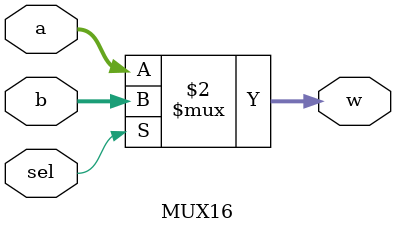
<source format=v>
`timescale 1ns/1ns

module MUX13(sel, a, b, w);
  input sel;
  input[12:0] a, b;
  output[12:0] w;
    
  assign w = (sel == 0) ? a : b;	
endmodule




module MUX16(sel, a, b, w);
  input sel;
  input[15:0] a, b;
  output[15:0] w;
  
  assign w = (sel == 0) ? a : b;	
endmodule

</source>
